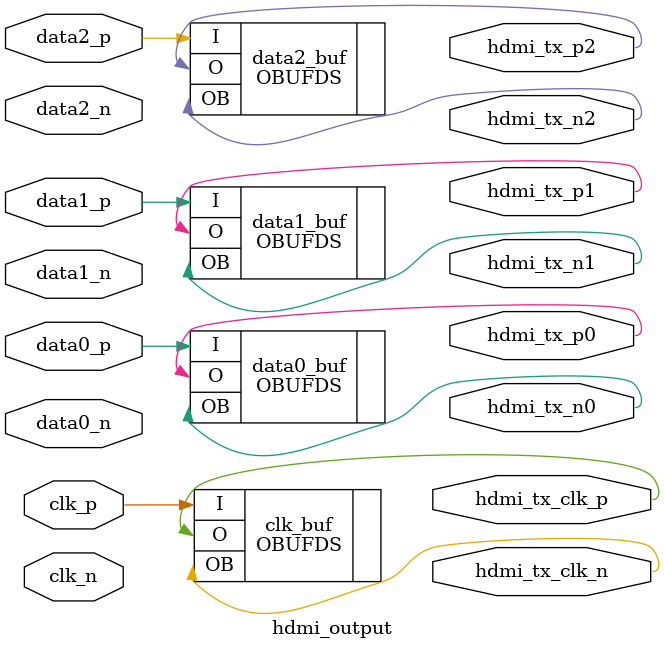
<source format=v>
module hdmi_output (
    input wire clk_p,
    input wire clk_n,
    input wire data0_p,
    input wire data0_n,
    input wire data1_p,
    input wire data1_n,
    input wire data2_p,
    input wire data2_n,
    
    output wire hdmi_tx_clk_p,
    output wire hdmi_tx_clk_n,
    output wire hdmi_tx_p0,
    output wire hdmi_tx_n0,
    output wire hdmi_tx_p1,
    output wire hdmi_tx_n1,
    output wire hdmi_tx_p2,
    output wire hdmi_tx_n2
);

    OBUFDS clk_buf (
        .I(clk_p),
        .O(hdmi_tx_clk_p),
        .OB(hdmi_tx_clk_n)
    );

    OBUFDS data0_buf (
        .I(data0_p),
        .O(hdmi_tx_p0),
        .OB(hdmi_tx_n0)
    );

    OBUFDS data1_buf (
        .I(data1_p),
        .O(hdmi_tx_p1),
        .OB(hdmi_tx_n1)
    );

    OBUFDS data2_buf (
        .I(data2_p),
        .O(hdmi_tx_p2),
        .OB(hdmi_tx_n2)
    );

endmodule
</source>
